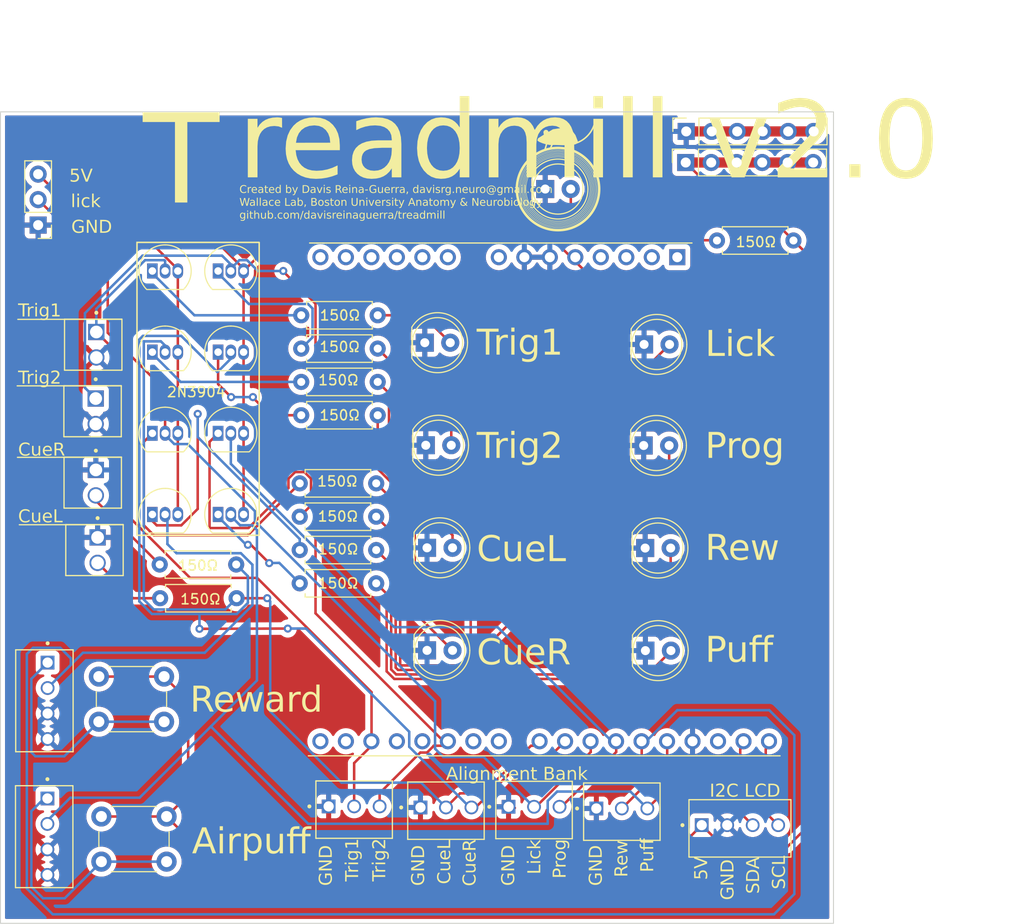
<source format=kicad_pcb>
(kicad_pcb (version 20221018) (generator pcbnew)
  (layers (0 "F.Cu" signal) (31 "B.Cu" signal) (34 "B.Paste" user) (35 "F.Paste" user) (36 "B.SilkS" user "B.Silkscreen") (37 "F.SilkS" user "F.Silkscreen") (38 "B.Mask" user) (39 "F.Mask" user) (44 "Edge.Cuts" user))
  (net 0 "")
  (net 5 "/5V")
  (net 6 "/GND")
  (net 16 "/trig1")
  (net 19 "/trig2")
  (net 22 "/cueL")
  (net 23 "/cueR")
  (net 24 "/lick")
  (net 25 "/prog")
  (net 26 "/reward")
  (net 27 "/airpuff")
  (net 29 "/SDA")
  (net 30 "/SCL")
  (net 31 "Net-(D1-A)")
  (net 32 "Net-(D2-A)")
  (net 33 "Net-(SAirpuff1-TRIG-Pad1)")
  (net 34 "Net-(SReward1-TRIG-Pad1)")
  (net 35 "Net-(D3-A)")
  (net 36 "Net-(D4-A)")
  (net 37 "Net-(D5-A)")
  (net 38 "Net-(D6-A)")
  (net 39 "Net-(D7-A)")
  (net 40 "Net-(D8-A)")
  (net 41 "Net-(D9-A)")
  (net 42 "Net-(D10-A)")
  (net 43 "Net-(Q1-E)")
  (net 44 "Net-(Q2-E)")
  (net 45 "Net-(Q3-E)")
  (net 46 "Net-(Q4-E)")
  (net 47 "Net-(Q5-E)")
  (net 48 "Net-(Q6-E)")
  (net 49 "Net-(Q7-E)")
  (net 50 "Net-(Q8-E)")
  (net 51 "Net-(D11-A)")
  (footprint "DIY_footprints:TE_640454-2" (layer "F.Cu") (at 144.6 83.71 -90)
    (fp_text reference "trig1" hide)
    (fp_text value "~" hide)
  )
  (footprint "Resistor_THT:R_Axial_DIN0207_L6.3mm_D2.5mm_P7.62mm_Horizontal" (layer "F.Cu") (at 150.915 106.88889)
    (fp_text reference "R2" hide)
    (fp_text value "150Ω")
  )
  (footprint "Resistor_THT:R_Axial_DIN0207_L6.3mm_D2.5mm_P7.62mm_Horizontal" (layer "F.Cu") (at 150.955 110.25)
    (fp_text reference "R1" hide)
    (fp_text value "150Ω")
  )
  (footprint "Resistor_THT:R_Axial_DIN0207_L6.3mm_D2.5mm_P7.62mm_Horizontal" (layer "F.Cu") (at 172.635 92.008334 180)
    (fp_text reference "R6" hide)
    (fp_text value "150Ω")
  )
  (footprint "Resistor_THT:R_Axial_DIN0207_L6.3mm_D2.5mm_P7.62mm_Horizontal" (layer "F.Cu") (at 172.485 102.122222 180)
    (fp_text reference "R8" hide)
    (fp_text value "150Ω")
  )
  (footprint "DIY_footprints:TE_640456-4" (layer "F.Cu") (at 139.745 116.664847 90)
    (fp_text reference "SReward1" hide)
    (fp_text value "~" hide)
  )
  (footprint "LED_THT:LED_D5.0mm" (layer "F.Cu") (at 199.135 95.025)
    (fp_text reference "D8" hide)
    (fp_text value "LED: white" hide)
  )
  (footprint "Package_TO_SOT_THT:TO-92_Inline" (layer "F.Cu") (at 156.73 101.9)
    (fp_text reference "Q8" hide)
    (fp_text value "2N3904" hide)
  )
  (footprint "LED_THT:LED_D5.0mm" (layer "F.Cu") (at 199.175 84.95)
    (fp_text reference "D7" hide)
    (fp_text value "LED: white" hide)
  )
  (footprint "Package_TO_SOT_THT:TO-92_Inline" (layer "F.Cu") (at 150.18 77.625)
    (fp_text reference "Q1" hide)
    (fp_text value "2N3904" hide)
  )
  (footprint "DIY_footprints:TE_640454-2" (layer "F.Cu") (at 144.725 104.185 -90)
    (fp_text reference "D1" hide)
    (fp_text value "LED: blue" hide)
  )
  (footprint "Package_TO_SOT_THT:TO-92_Inline" (layer "F.Cu") (at 150.18 101.9)
    (fp_text reference "Q7" hide)
    (fp_text value "2N3904" hide)
  )
  (footprint "LED_THT:LED_D5.0mm" (layer "F.Cu") (at 177.55 105.225)
    (fp_text reference "D5" hide)
    (fp_text value "LED: white" hide)
  )
  (footprint "Package_TO_SOT_THT:TO-92_Inline" (layer "F.Cu") (at 156.73 93.808332)
    (fp_text reference "Q6" hide)
    (fp_text value "2N3904" hide)
  )
  (footprint "Resistor_THT:R_Axial_DIN0207_L6.3mm_D2.5mm_P7.62mm_Horizontal" (layer "F.Cu") (at 172.635 85.36389 180)
    (fp_text reference "R4" hide)
    (fp_text value "150Ω")
  )
  (footprint "DIY_footprints:TE_640456-3" (layer "F.Cu") (at 167.7475 131.005 180)
    (fp_text reference "A2" hide)
    (fp_text value "Alignment" hide)
  )
  (footprint "Resistor_THT:R_Axial_DIN0207_L6.3mm_D2.5mm_P7.62mm_Horizontal" (layer "F.Cu") (at 172.485 108.766666 180)
    (fp_text reference "R10" hide)
    (fp_text value "150Ω")
  )
  (footprint "Package_TO_SOT_THT:TO-92_Inline" (layer "F.Cu") (at 156.73 85.716666)
    (fp_text reference "Q4" hide)
    (fp_text value "2N3904" hide)
  )
  (footprint "LED_THT:LED_D5.0mm" (layer "F.Cu") (at 189.325 69.456982)
    (fp_text reference "D11" hide)
    (fp_text value "LED: blue")
  )
  (footprint "Resistor_THT:R_Axial_DIN0207_L6.3mm_D2.5mm_P7.62mm_Horizontal" (layer "F.Cu") (at 172.635 82.041668 180)
    (fp_text reference "R3" hide)
    (fp_text value "150Ω")
  )
  (footprint "LED_THT:LED_D5.0mm" (layer "F.Cu") (at 177.55 115.45)
    (fp_text reference "D6" hide)
    (fp_text value "LED: white" hide)
  )
  (footprint "DIY_footprints:TE_640456-4" (layer "F.Cu") (at 139.725 130.212347 90)
    (fp_text reference "SAirpuff1" hide)
    (fp_text value "~" hide)
  )
  (footprint "Resistor_THT:R_Axial_DIN0207_L6.3mm_D2.5mm_P7.62mm_Horizontal" (layer "F.Cu") (at 172.635 88.686112 180)
    (fp_text reference "R5" hide)
    (fp_text value "150Ω")
  )
  (footprint "Resistor_THT:R_Axial_DIN0207_L6.3mm_D2.5mm_P7.62mm_Horizontal" (layer "F.Cu") (at 206.44 74.587347)
    (fp_text reference "R11" hide)
    (fp_text value "150Ω")
  )
  (footprint "DIY_footprints:TE_640456-3" (layer "F.Cu") (at 194.42 131.21 180)
    (fp_text reference "A5" hide)
    (fp_text value "Alignment" hide)
  )
  (footprint "DIY_footprints:TE_640456-3" (layer "F.Cu") (at 185.6725 131.042347 180)
    (fp_text reference "A4" hide)
    (fp_text value "Alignment" hide)
  )
  (footprint "LED_THT:LED_D5.0mm" (layer "F.Cu") (at 199.31 115.475)
    (fp_text reference "D10" hide)
    (fp_text value "LED: white" hide)
  )
  (footprint "LED_THT:LED_D5.0mm" (layer "F.Cu") (at 199.285 105.25)
    (fp_text reference "D9" hide)
    (fp_text value "LED: white" hide)
  )
  (footprint "Connector_PinSocket_2.54mm:PinSocket_1x06_P2.54mm_Vertical" (layer "F.Cu") (at 203.375 63.712347 90)
    (fp_text reference "REF**" hide)
    (fp_text value "PinSocket_1x06_P2.54mm_Vertical")
  )
  (footprint "DIY_footprints:TE_640456-4" (layer "F.Cu") (at 204.92 132.875 180)
    (fp_text reference "I2C_LCD1" hide)
    (fp_text value "Main" hide)
  )
  (footprint "LED_THT:LED_D5.0mm" (layer "F.Cu") (at 177.425 95)
    (fp_text reference "D4" hide)
    (fp_text value "LED: white" hide)
  )
  (footprint "Package_TO_SOT_THT:TO-92_Inline" (layer "F.Cu") (at 150.18 85.716666)
    (fp_text reference "Q3" hide)
    (fp_text value "2N3904")
  )
  (footprint "Connector_PinSocket_2.54mm:PinSocket_1x06_P2.54mm_Vertical" (layer "F.Cu") (at 203.325 66.812347 90)
    (fp_text reference "REF**" hide)
    (fp_text value "PinSocket_1x06_P2.54mm_Vertical")
  )
  (footprint "DIY_footprints:TE_640456-3" (layer "F.Cu") (at 176.895 131.11 180)
    (fp_text reference "A3" hide)
    (fp_text value "Alignment" hide)
  )
  (footprint "DIY_footprints:TE_640454-2" (layer "F.Cu") (at 144.535 90.3425 -90)
    (fp_text reference "trig2" hide)
    (fp_text value "~" hide)
  )
  (footprint "Module:Arduino_UNO_R3" (layer "F.Cu") (at 195.881 76.252347)
    (fp_text reference "A1" hide)
    (fp_text value "Arduino_UNO_R3" hide)
  )
  (footprint "DIY_footprints:TE_640454-2" (layer "F.Cu") (at 144.55 97.46 -90)
    (fp_text reference "D2" hide)
    (fp_text value "LED: blue" hide)
  )
  (footprint "Resistor_THT:R_Axial_DIN0207_L6.3mm_D2.5mm_P7.62mm_Horizontal" (layer "F.Cu") (at 172.485 98.8 180)
    (fp_text reference "R7" hide)
    (fp_text value "150Ω")
  )
  (footprint "Button_Switch_THT:SW_PUSH_6mm" (layer "F.Cu") (at 145.1 132.012347)
    (fp_text reference "SWAirpuff1" hide)
    (fp_text value "SW_Push" hide)
  )
  (footprint "Connector_PinHeader_2.54mm:PinHeader_1x03_P2.54mm_Vertical" (layer "F.Cu") (at 138.8 73.052347 180)
    (fp_text reference "TLick1" hide)
    (fp_text value "~" hide)
  )
  (footprint "Button_Switch_THT:SW_PUSH_6mm" (layer "F.Cu") (at 144.85 118.062347)
    (fp_text reference "SWReward1" hide)
    (fp_text value "SW_Push" hide)
  )
  (footprint "Package_TO_SOT_THT:TO-92_Inline" (layer "F.Cu") (at 150.18 93.808332)
    (fp_text reference "Q5" hide)
    (fp_text value "2N3904" hide)
  )
  (footprint "LED_THT:LED_D5.0mm" (layer "F.Cu") (at 177.325 84.775)
    (fp_text reference "D3" hide)
    (fp_text value "LED: white" hide)
  )
  (footprint "Package_TO_SOT_THT:TO-92_Inline" (layer "F.Cu") (at 156.73 77.625)
    (fp_text reference "Q2" hide)
    (fp_text value "2N3904" hide)
  )
  (footprint "Resistor_THT:R_Axial_DIN0207_L6.3mm_D2.5mm_P7.62mm_Horizontal" (layer "F.Cu") (at 172.485 105.444444 180)
    (fp_text reference "R9" hide)
    (fp_text value "150Ω")
  )
  (gr_line (start 147.1125 96.195) (end 136.7375 96.205) (stroke (width 0.127)) (layer "F.SilkS"))
  (gr_rect (start 148.65 74.775) (end 160.825 103.975) (stroke (width 0.15)) (fill none) (layer "F.SilkS"))
  (gr_circle (center 190.6 69.456677) (end 193.05 67.406982) (stroke (width 0.0508)) (fill none) (layer "F.SilkS"))
  (gr_poly (pts (xy 192.350304 64.906677) (xy 192.500304 64.706677) (xy 192.275 64.119329) (xy 192 63.744329) (xy 191.625 63.519329) (xy 191.125 63.419329) (xy 190.125 63.569329) (xy 189.404329 63.989473) (xy 188.675 64.444329) (xy 188.625 64.594329) (xy 188.775 64.694329) (xy 189.075 64.819329) (xy 189.4 64.919329) (xy 189.825 64.994329) (xy 190.375 64.994329) (xy 191.125 65.019329) (xy 192.000304 65.006677)) (stroke (width 0.15)) (fill solid) (layer "F.SilkS"))
  (gr_line (start 165.85 74.837347) (end 203.95 74.837347) (stroke (width 0.127)) (layer "F.SilkS"))
  (gr_circle (center 190.6 69.456677) (end 193.425 67.231982) (stroke (width 0.0508)) (fill none) (layer "F.SilkS"))
  (gr_line (start 191.725304 65.431677) (end 191.800304 65.019177) (stroke (width 0.15)) (layer "F.SilkS"))
  (gr_line (start 189.475304 64.931677) (end 189.302468 65.519329) (stroke (width 0.15)) (layer "F.SilkS"))
  (gr_arc (start 194.17872 63.124868) (mid 193.350304 64.331677) (end 192.036408 64.97692) (stroke (width 0.15)) (layer "F.SilkS"))
  (gr_line (start 190.025304 64.994329) (end 189.825304 65.444329) (stroke (width 0.15)) (layer "F.SilkS"))
  (gr_line (start 147.0875 89.07) (end 136.7125 89.08) (stroke (width 0.127)) (layer "F.SilkS"))
  (gr_circle (center 190.6 69.456677) (end 194.339502 69.456677) (stroke (width 0.0508)) (fill none) (layer "F.SilkS"))
  (gr_circle (center 190.6 69.456677) (end 193.075 66.481982) (stroke (width 0.0508)) (fill none) (layer "F.SilkS"))
  (gr_line (start 147.15 82.44) (end 136.775 82.45) (stroke (width 0.127)) (layer "F.SilkS"))
  (gr_line (start 147.2625 102.92) (end 136.925 102.925) (stroke (width 0.127)) (layer "F.SilkS"))
  (gr_line (start 189.400304 63.806677) (end 189.450304 64.031677) (stroke (width 0.508)) (layer "F.SilkS"))
  (gr_circle (center 190.6 69.456677) (end 194.700305 69.456677) (stroke (width 0.254)) (fill none) (layer "F.SilkS"))
  (gr_circle (center 190.6 69.456677) (end 192.975 67.131982) (stroke (width 0.0508)) (fill none) (layer "F.SilkS"))
  (gr_circle (center 190.6 69.456677) (end 194.05978 69.456677) (stroke (width 0.0508)) (fill none) (layer "F.SilkS"))
  (gr_line (start 192.012804 64.831677) (end 192.137804 65.481677) (stroke (width 0.15)) (layer "F.SilkS"))
  (gr_line (start 165.725 125.962347) (end 212.725 125.962347) (stroke (width 0.127)) (layer "F.SilkS"))
  (gr_rect (start 135.05 61.762347) (end 218.05 142.662347) (stroke (width 0.1)) (fill none) (layer "Edge.Cuts"))
  (gr_text "readmill v2.0" (at 158.725 69.587347) (layer "F.SilkS") (effects (font (size 7.62 7.62)) (justify left bottom)))
  (gr_text "5V" (at 205.675 138.35 90) (layer "F.SilkS") (effects (font (size 1.27 1.27)) (justify left bottom)))
  (gr_text "CueR" (at 182.5 117.275) (layer "F.SilkS") (effects (font (size 2.54 2.54)) (justify left bottom)))
  (gr_text "Prog" (at 205.26 96.691666) (layer "F.SilkS") (effects (font (size 2.54 2.54)) (justify left bottom)))
  (gr_text "Trig1" (at 136.8 82.375) (layer "F.SilkS") (effects (font (size 1.27 1.27)) (justify left bottom)))
  (gr_text "Trig2" (at 182.5 96.691666) (layer "F.SilkS") (effects (font (size 2.54 2.54)) (justify left bottom)))
  (gr_text "Created by Davis Reina-Guerra, davisrg.neuro@gmail.com\nWallace Lab, Boston University Anatomy & Neurobiology\ngithub.com/davisreinaguerra/treadmill" (at 158.85 72.537347) (layer "F.SilkS") (effects (font (size 0.762 0.762) (thickness 0.127) italic) (justify left bottom)))
  (gr_text "Trig2" (at 136.8 89.0725) (layer "F.SilkS") (effects (font (size 1.27 1.27)) (justify left bottom)))
  (gr_text "I2C LCD" (at 205.7 130.25) (layer "F.SilkS") (effects (font (size 1.27 1.27)) (justify left bottom)))
  (gr_text "Trig1" (at 182.5 86.4) (layer "F.SilkS") (effects (font (size 2.54 2.54)) (justify left bottom)))
  (gr_text "GND" (at 208.3 140.35 90) (layer "F.SilkS") (effects (font (size 1.27 1.27)) (justify left bottom)))
  (gr_text "Puff" (at 200.3 137.578382 90) (layer "F.SilkS") (effects (font (size 1.27 1.27)) (justify left bottom)))
  (gr_text "CueR" (at 136.8 96.25) (layer "F.SilkS") (effects (font (size 1.27 1.27)) (justify left bottom)))
  (gr_text "Lick" (at 189.05 137.785588 90) (layer "F.SilkS") (effects (font (size 1.27 1.27)) (justify left bottom)))
  (gr_text "T" (at 149.25 72.312347) (layer "F.SilkS") (effects (font (size 8.89 8.89)) (justify left bottom)))
  (gr_text "GND" (at 168.275 138.930803 90) (layer "F.SilkS") (effects (font (size 1.27 1.27)) (justify left bottom)))
  (gr_text "SDA" (at 210.85 139.725 90) (layer "F.SilkS") (effects (font (size 1.27 1.27)) (justify left bottom)))
  (gr_text "Airpuff" (at 154.125 136.112347) (layer "F.SilkS") (effects (font (size 2.54 2.54)) (justify left bottom)))
  (gr_text "GND" (at 177.475 138.930803 90) (layer "F.SilkS") (effects (font (size 1.27 1.27)) (justify left bottom)))
  (gr_text "CueL\n" (at 136.8 102.9) (layer "F.SilkS") (effects (font (size 1.27 1.27)) (justify left bottom)))
  (gr_text "Trig1" (at 170.9 138.487854 90) (layer "F.SilkS") (effects (font (size 1.27 1.27)) (justify left bottom)))
  (gr_text "5V" (at 141.9 68.937347) (layer "F.SilkS") (effects (font (size 1.27 1.27)) (justify left bottom)))
  (gr_text "GND" (at 195.175 138.930803 90) (layer "F.SilkS") (effects (font (size 1.27 1.27)) (justify left bottom)))
  (gr_text "Prog" (at 191.575 138.2 90) (layer "F.SilkS") (effects (font (size 1.27 1.27)) (justify left bottom)))
  (gr_text "Trig2" (at 173.6 138.487854 90) (layer "F.SilkS") (effects (font (size 1.27 1.27)) (justify left bottom)))
  (gr_text "CueL" (at 182.5 106.983332) (layer "F.SilkS") (effects (font (size 2.54 2.54)) (justify left bottom)))
  (gr_text "Lick" (at 205.26 86.525) (layer "F.SilkS") (effects (font (size 2.54 2.54)) (justify left bottom)))
  (gr_text "150Ω" (at 210.325 74.737347) (layer "F.SilkS") (effects (font (size 1 1))))
  (gr_text "Puff" (at 205.26 117.025) (layer "F.SilkS") (effects (font (size 2.54 2.54)) (justify left bottom)))
  (gr_text "Rew" (at 205.26 106.858332) (layer "F.SilkS") (effects (font (size 2.54 2.54)) (justify left bottom)))
  (gr_text "GND" (at 142.1 74.037347) (layer "F.SilkS") (effects (font (size 1.27 1.27)) (justify left bottom)))
  (gr_text "CueR" (at 182.6 138.966785 90) (layer "F.SilkS") (effects (font (size 1.27 1.27)) (justify left bottom)))
  (gr_text "GND" (at 186.45 138.930803 90) (layer "F.SilkS") (effects (font (size 1.27 1.27)) (justify left bottom)))
  (gr_text "Reward" (at 153.925 121.987347) (layer "F.SilkS") (effects (font (size 2.54 2.54)) (justify left bottom)))
  (gr_text "Alignment Bank" (at 179.435 128.57) (layer "F.SilkS") (effects (font (size 1.27 1.27)) (justify left bottom)))
  (gr_text "lick" (at 142.05 71.475) (layer "F.SilkS") (effects (font (size 1.27 1.27)) (justify left bottom)))
  (gr_text "CueL\n" (at 180.075 138.764542 90) (layer "F.SilkS") (effects (font (size 1.27 1.27)) (justify left bottom)))
  (gr_text "SCL" (at 213.425 139.275 90) (layer "F.SilkS") (effects (font (size 1.27 1.27)) (justify left bottom)))
  (gr_text "Rew" (at 197.725 138.072202 90) (layer "F.SilkS") (effects (font (size 1.27 1.27)) (justify left bottom)))
  (segment (start 152.72 77.625) (end 152.72 85.716666) (width 0.25) (layer "F.Cu") (net 5))
  (segment (start 202 78.675) (end 205.4 82.075) (width 0.25) (layer "F.Cu") (net 5))
  (segment (start 214.06 74.587347) (end 216.1 76.627347) (width 0.25) (layer "F.Cu") (net 5))
  (segment (start 151.6 132.012347) (end 153.75 129.862347) (width 0.25) (layer "F.Cu") (net 5))
  (segment (start 204.92 132.742347) (end 204.92 132.875) (width 0.25) (layer "F.Cu") (net 5))
  (segment (start 156.895 75.025) (end 159.27 77.4) (width 0.25) (layer "F.Cu") (net 5))
  (segment (start 216.1 132.387347) (end 216.1 92.775) (width 0.25) (layer "F.Cu") (net 5))
  (segment (start 203.325 66.812347) (end 216.025 66.812347) (width 1.016) (layer "F.Cu") (net 5))
  (segment (start 153.75 129.862347) (end 153.75 120.462347) (width 0.25) (layer "F.Cu") (net 5))
  (segment (start 204.92 132.875) (end 203.232653 134.562347) (width 0.25) (layer "F.Cu") (net 5))
  (segment (start 212.11 72.637347) (end 209.15 72.637347) (width 0.25) (layer "F.Cu") (net 5))
  (segment (start 150.277082 75.025) (end 152.72 77.467918) (width 0.25) (layer "F.Cu") (net 5))
  (segment (start 150.277082 75.025) (end 156.895 75.025) (width 0.25) (layer "F.Cu") (net 5))
  (segment (start 154.15 134.562347) (end 151.6 132.012347) (width 0.25) (layer "F.Cu") (net 5))
  (segment (start 194.32 78.675) (end 202 78.675) (width 0.25) (layer "F.Cu") (net 5))
  (segment (start 150.277082 75.025) (end 145.852653 75.025) (width 0.25) (layer "F.Cu") (net 5))
  (segment (start 214.06 74.587347) (end 212.11 72.637347) (width 0.25) (layer "F.Cu") (net 5))
  (segment (start 159.27 85.716666) (end 159.27 101.9) (width 0.25) (layer "F.Cu") (net 5))
  (segment (start 151.35 118.062347) (end 144.85 118.062347) (width 0.25) (layer "F.Cu") (net 5))
  (segment (start 207.107347 135.062347) (end 213.425 135.062347) (width 0.25) (layer "F.Cu") (net 5))
  (segment (start 159.27 77.625) (end 159.27 85.716666) (width 0.25) (layer "F.Cu") (net 5))
  (segment (start 159.27 77.625) (end 162.182653 74.712347) (width 0.25) (layer "F.Cu") (net 5))
  (segment (start 159.27 77.4) (end 159.27 77.625) (width 0.25) (layer "F.Cu") (net 5))
  (segment (start 145.852653 75.025) (end 138.8 67.972347) (width 0.25) (layer "F.Cu") (net 5))
  (segment (start 152.72 77.467918) (end 152.72 77.625) (width 0.25) (layer "F.Cu") (net 5))
  (segment (start 216.1 92.775) (end 205.4 82.075) (width 0.25) (layer "F.Cu") (net 5))
  (segment (start 151.6 132.012347) (end 145.1 132.012347) (width 0.25) (layer "F.Cu") (net 5))
  (segment (start 190.357347 74.712347) (end 194.32 78.675) (width 0.25) (layer "F.Cu") (net 5))
  (segment (start 204.92 132.875) (end 207.107347 135.062347) (width 0.25) (layer "F.Cu") (net 5))
  (segment (start 216.1 76.627347) (end 216.1 92.775) (width 0.25) (layer "F.Cu") (net 5))
  (segment (start 162.182653 74.712347) (end 190.357347 74.712347) (width 0.25) (layer "F.Cu") (net 5))
  (segment (start 209.15 72.637347) (end 203.325 66.812347) (width 0.25) (layer "F.Cu") (net 5))
  (segment (start 153.75 120.462347) (end 151.35 118.062347) (width 0.25) (layer "F.Cu") (net 5))
  (segment (start 152.72 85.716666) (end 152.72 101.9) (width 0.25) (layer "F.Cu") (net 5))
  (segment (start 203.232653 134.562347) (end 154.15 134.562347) (width 0.25) (layer "F.Cu") (net 5))
  (segment (start 213.425 135.062347) (end 216.1 132.387347) (width 0.25) (layer "F.Cu") (net 5))
  (segment (start 185.745 131.16) (end 186.302347 131.16) (width 0.25) (layer "F.Cu") (net 6))
  (segment (start 203.375 63.712347) (end 216.075 63.712347) (width 1.016) (layer "F.Cu") (net 6))
  (segment (start 153.943604 108.225) (end 146.525 100.806396) (width 0.25) (layer "F.Cu") (net 16))
  (segment (start 146.525 100.806396) (end 146.525 85.635) (width 0.25) (layer "F.Cu") (net 16))
  (segment (start 172.02 119.619695) (end 160.625305 108.225) (width 0.25) (layer "F.Cu") (net 16))
  (segment (start 172.02 124.955) (end 172.02 119.619695) (width 0.25) (layer "F.Cu") (net 16))
  (segment (start 160.625305 108.225) (end 153.943604 108.225) (width 0.25) (layer "F.Cu") (net 16))
  (segment (start 146.525 85.635) (end 144.6 83.71) (width 0.25) (layer "F.Cu") (net 16))
  (segment (start 170.2875 131.005) (end 170.2875 126.6875) (width 0.25) (layer "F.Cu") (net 16))
  (segment (start 170.2875 126.6875) (end 172.02 124.955) (width 0.25) (layer "F.Cu") (net 16))
  (segment (start 151.375 76.55) (end 149.45 76.55) (width 0.25) (layer "B.Cu") (net 16))
  (segment (start 151.45 77.625) (end 151.45 76.625) (width 0.25) (layer "B.Cu") (net 16))
  (segment (start 151.45 76.625) (end 151.375 76.55) (width 0.25) (layer "B.Cu") (net 16))
  (segment (start 149.45 76.55) (end 144.6 81.4) (width 0.25) (layer "B.Cu") (net 16))
  (segment (start 172.02 124.955) (end 171.975 124.91) (width 0.25) (layer "B.Cu") (net 16))
  (segment (start 144.6 81.4) (end 144.6 83.71) (width 0.25) (layer "B.Cu") (net 16))
  (segment (start 171.975 124.91) (end 171.975 124.875) (width 0.25) (layer "B.Cu") (net 16))
  (segment (start 178.21 124.955) (end 179.64 124.955) (width 0.25) (layer "F.Cu") (net 19))
  (segment (start 172.8275 131.005) (end 172.8275 129.684847) (width 0.25) (layer "F.Cu") (net 19))
  (segment (start 166.44 111.755) (end 166.44 80.89) (width 0.25) (layer "F.Cu") (net 19))
  (segment (start 163.175 77.625) (end 163.175 77.625) (width 0.25) (layer "F.Cu") (net 19))
  (segment (start 178.21 124.978338) (end 178.21 124.955) (width 0.25) (layer "F.Cu") (net 19))
  (segment (start 166.44 80.89) (end 163.225 77.675) (width 0.25) (layer "F.Cu") (net 19))
  (segment (start 176.875 125.637347) (end 177.550991 125.637347) (width 0.25) (layer "F.Cu") (net 19))
  (segment (start 172.8275 129.684847) (end 176.875 125.637347) (width 0.25) (layer "F.Cu") (net 19))
  (segment (start 179.64 124.955) (end 166.44 111.755) (width 0.25) (layer "F.Cu") (net 19))
  (segment (start 163.225 77.675) (end 163.225 77.625) (width 0.25) (layer "F.Cu") (net 19))
  (segment (start 163.225 77.625) (end 163.175 77.625) (width 0.25) (layer "F.Cu") (net 19))
  (segment (start 177.550991 125.637347) (end 178.21 124.978338) (width 0.25) (layer "F.Cu") (net 19))
  (via (at 163.225 77.625) (size 0.8) (drill 0.4) (layers "F.Cu" "B.Cu") (net 19))
  (segment (start 158.85 76.55) (end 158 77.4) (width 0.25) (layer "B.Cu") (net 19))
  (segment (start 163.225 77.625) (end 160.697082 77.625) (width 0.25) (layer "B.Cu") (net 19))
  (segment (start 143.465 81.835) (end 143.465 89.2725) (width 0.25) (layer "B.Cu") (net 19))
  (segment (start 159.622082 76.55) (end 158.85 76.55) (width 0.25) (layer "B.Cu") (net 19))
  (segment (start 158 76.97) (end 157.13 76.1) (width 0.25) (layer "B.Cu") (net 19))
  (segment (start 143.465 89.2725) (end 144.535 90.3425) (width 0.25) (layer "B.Cu") (net 19))
  (segment (start 158 77.625) (end 158 76.97) (width 0.25) (layer "B.Cu") (net 19))
  (segment (start 157.13 76.1) (end 149.2 76.1) (width 0.25) (layer "B.Cu") (net 19))
  (segment (start 149.2 76.1) (end 143.465 81.835) (width 0.25) (layer "B.Cu") (net 19))
  (segment (start 160.697082 77.625) (end 159.622082 76.55) (width 0.25) (layer "B.Cu") (net 19))
  (segment (start 158 77.4) (end 158 77.625) (width 0.25) (layer "B.Cu") (net 19))
  (segment (start 187.907347 124.955) (end 188.78 124.955) (width 0.25) (layer "F.Cu") (net 22))
  (segment (start 183.162347 129.7) (end 187.907347 124.955) (width 0.25) (layer "F.Cu") (net 22))
  (segment (start 158.575 110.25) (end 161.625 110.25) (width 0.25) (layer "F.Cu") (net 22))
  (segment (start 180.845 129.7) (end 183.162347 129.7) (width 0.25) (layer "F.Cu") (net 22))
  (segment (start 179.435 131.11) (end 180.845 129.7) (width 0.25) (layer "F.Cu") (net 22))
  (via (at 161.625 110.25) (size 0.8) (drill 0.4) (layers "F.Cu" "B.Cu") (net 22))
  (segment (start 179.435 131.11) (end 176.962347 128.637347) (width 0.25) (layer "B.Cu") (net 22))
  (segment (start 161.925 110.575) (end 161.625 110.275) (width 0.25) (layer "B.Cu") (net 22))
  (segment (start 149.33 110.38) (end 150.325 111.375) (width 0.25) (layer "B.Cu") (net 22))
  (segment (start 151.45 85.061666) (end 151.03 84.641666) (width 0.25) (layer "B.Cu") (net 22))
  (segment (start 161.6 110.25) (end 161.6 110.25) (width 0.25) (layer "B.Cu") (net 22))
  (segment (start 151.45 85.716666) (end 151.45 85.061666) (width 0.25) (layer "B.Cu") (net 22))
  (segment (start 149.33 84.641666) (end 149.33 110.38) (width 0.25) (layer "B.Cu") (net 22))
  (segment (start 161.625 110.25) (end 161.6 110.25) (width 0.25) (layer "B.Cu") (net 22))
  (segment (start 169.031356 128.637347) (end 161.925 121.530991) (width 0.25) (layer "B.Cu") (net 22))
  (segment (start 150.325 111.375) (end 157.45 111.375) (width 0.25) (layer "B.Cu") (net 22))
  (segment (start 161.925 121.530991) (end 161.925 110.575) (width 0.25) (layer "B.Cu") (net 22))
  (segment (start 176.962347 128.637347) (end 169.031356 128.637347) (width 0.25) (layer "B.Cu") (net 22))
  (segment (start 151.03 84.641666) (end 149.33 84.641666) (width 0.25) (layer "B.Cu") (net 22))
  (segment (start 161.625 110.275) (end 161.625 110.25) (width 0.25) (layer "B.Cu") (net 22))
  (segment (start 157.45 111.375) (end 158.575 110.25) (width 0.25) (layer "B.Cu") (net 22))
  (segment (start 163.675 113.275) (end 154.875 113.3) (width 0.25) (layer "F.Cu") (net 23))
  (segment (start 181.975 131.11) (end 182.388743 131.11) (width 0.25) (layer "F.Cu") (net 23))
  (segment (start 189.63 126.187347) (end 191.305 124.512347) (width 0.25) (layer "F.Cu") (net 23))
  (segment (start 182.388743 131.11) (end 187.311396 126.187347) (width 0.25) (layer "F.Cu") (net 23))
  (segment (start 187.311396 126.187347) (end 189.63 126.187347) (width 0.25) (layer "F.Cu") (net 23))
  (via (at 163.675 113.275) (size 0.8) (drill 0.4) (layers "F.Cu" "B.Cu") (net 23))
  (via (at 154.875 113.3) (size 0.8) (drill 0.4) (layers "F.Cu" "B.Cu") (net 23))
  (segment (start 163.675 113.275) (end 163.775 113.275) (width 0.25) (layer "B.Cu") (net 23))
  (segment (start 150.138604 111.825) (end 154.875 111.825) (width 0.25) (layer "B.Cu") (net 23))
  (segment (start 165.487653 113.275) (end 163.675 113.275) (width 0.25) (layer "B.Cu") (net 23))
  (segment (start 158 85.716666) (end 158.008334 85.716666) (width 0.25) (layer "B.Cu") (net 23))
  (segment (start 181.975 131.11) (end 181.822653 131.11) (width 0.25) (layer "B.Cu") (net 23))
  (segment (start 148.88 110.566396) (end 150.138604 111.825) (width 0.25) (layer "B.Cu") (net 23))
  (segment (start 159.7 108.05389) (end 158.535 106.88889) (width 0.25) (layer "B.Cu") (net 23))
  (segment (start 158 85.716666) (end 158 86.371666) (width 0.25) (layer "B.Cu") (net 23))
  (segment (start 158.590991 111.825) (end 159.7 110.715991) (width 0.25) (layer "B.Cu") (net 23))
  (segment (start 181.822653 131.11) (end 175.775 125.062347) (width 0.25) (layer "B.Cu") (net 23))
  (segment (start 159.7 110.715991) (end 159.7 108.05389) (width 0.25) (layer "B.Cu") (net 23))
  (segment (start 153.06139 84.1) (end 149.23527 84.1) (width 0.25) (layer "B.Cu") (net 23))
  (segment (start 158 86.371666) (end 156.666528 87.705138) (width 0.25) (layer "B.Cu") (net 23))
  (segment (start 175.775 125.062347) (end 175.775 123.562347) (width 0.25) (layer "B.Cu") (net 23))
  (segment (start 148.88 84.45527) (end 148.88 110.566396) (width 0.25) (layer "B.Cu") (net 23))
  (segment (start 154.875 113.3) (end 154.875 111.825) (width 0.25) (layer "B.Cu") (net 23))
  (segment (start 175.775 123.562347) (end 165.487653 113.275) (width 0.25) (layer "B.Cu") (net 23))
  (segment (start 154.875 111.825) (end 158.590991 111.825) (width 0.25) (layer "B.Cu") (net 23))
  (segment (start 149.23527 84.1) (end 148.88 84.45527) (width 0.25) (layer "B.Cu") (net 23))
  (segment (start 158.008334 85.716666) (end 158.1 85.625) (width 0.25) (layer "B.Cu") (net 23))
  (segment (start 156.666528 87.705138) (end 153.06139 84.1) (width 0.25) (layer "B.Cu") (net 23))
  (segment (start 141.775 73.487347) (end 138.8 70.512347) (width 0.25) (layer "F.Cu") (net 24))
  (segment (start 188.285 131.16) (end 193.86 125.585) (width 0.25) (layer "F.Cu") (net 24))
  (segment (start 145.735 77.462347) (end 141.775 73.502347) (width 0.25) (layer "F.Cu") (net 24))
  (segment (start 151.45 89.5) (end 145.735 83.785) (width 0.25) (layer "F.Cu") (net 24))
  (segment (start 145.735 83.785) (end 145.735 77.462347) (width 0.25) (layer "F.Cu") (net 24))
  (segment (start 141.775 73.502347) (end 141.775 73.487347) (width 0.25) (layer "F.Cu") (net 24))
  (segment (start 151.45 93.808332) (end 151.45 89.5) (width 0.25) (layer "F.Cu") (net 24))
  (segment (start 193.86 125.585) (end 193.86 124.955) (width 0.25) (layer "F.Cu") (net 24))
  (segment (start 151.45 93.808332) (end 151.491668 93.808332) (width 0.25) (layer "B.Cu") (net 24))
  (segment (start 151.491668 93.808332) (end 151.5 93.8) (width 0.25) (layer "B.Cu") (net 24))
  (segment (start 160.4 102.570435) (end 160.4 101.575) (width 0.25) (layer "B.Cu") (net 24))
  (segment (start 153.708332 94.883332) (end 152.367918 94.883332) (width 0.25) (layer "B.Cu") (net 24))
  (segment (start 179.174009 126.08) (end 178.35 125.255991) (width 0.25) (layer "B.Cu") (net 24))
  (segment (start 178.35 125.255991) (end 178.35 120.520435) (width 0.25) (layer "B.Cu") (net 24))
  (segment (start 188.285 131.16) (end 183.205 126.08) (width 0.25) (layer "B.Cu") (net 24))
  (segment (start 152.367918 94.883332) (end 151.45 93.965414) (width 0.25) (layer "B.Cu") (net 24))
  (segment (start 178.35 120.520435) (end 160.4 102.570435) (width 0.25) (layer "B.Cu") (net 24))
  (segment (start 151.45 93.965414) (end 151.45 93.808332) (width 0.25) (layer "B.Cu") (net 24))
  (segment (start 160.4 101.575) (end 153.708332 94.883332) (width 0.25) (layer "B.Cu") (net 24))
  (segment (start 183.205 126.08) (end 179.174009 126.08) (width 0.25) (layer "B.Cu") (net 24))
  (segment (start 190.825 131.16) (end 196.4 125.585) (width 0.25) (layer "F.Cu") (net 25))
  (segment (start 196.4 125.585) (end 196.4 124.955) (width 0.25) (layer "F.Cu") (net 25))
  (segment (start 158 93.808332) (end 158 96.848213) (width 0.25) (layer "B.Cu") (net 25))
  (segment (start 184.582347 113.137347) (end 196.4 124.955) (width 0.25) (layer "B.Cu") (net 25))
  (segment (start 174.289134 113.137347) (end 184.582347 113.137347) (width 0.25) (layer "B.Cu") (net 25))
  (segment (start 158 96.848213) (end 174.289134 113.137347) (width 0.25) (layer "B.Cu") (net 25))
  (segment (start 198.94 129.23) (end 198.94 124.955) (width 0.25) (layer "F.Cu") (net 26))
  (segment (start 196.96 131.21) (end 198.94 129.23) (width 0.25) (layer "F.Cu") (net 26))
  (segment (start 151.425 101.9) (end 151.4 101.875) (width 0.25) (layer "F.Cu") (net 26))
  (segment (start 151.45 101.9) (end 151.425 101.9) (width 0.25) (layer "F.Cu") (net 26))
  (segment (start 214.15 123.912347) (end 214.15 139.737347) (width 0.25) (layer "B.Cu") (net 26))
  (segment (start 211.65 121.412347) (end 214.15 123.912347) (width 0.25) (layer "B.Cu") (net 26))
  (segment (start 214.15 139.737347) (end 212.125 141.762347) (width 0.25) (layer "B.Cu") (net 26))
  (segment (start 156.575 114.512347) (end 155.4 115.687347) (width 0.25) (layer "B.Cu") (net 26))
  (segment (start 151.68 104.855) (end 152.58889 105.76389) (width 0.25) (layer "B.Cu") (net 26))
  (segment (start 137.675 115.812347) (end 138.3 115.187347) (width 0.25) (layer "B.Cu") (net 26))
  (segment (start 141 115.187347) (end 142.05625 116.243597) (width 0.25) (layer "B.Cu") (net 26))
  (segment (start 141.4675 115.654847) (end 142.05625 116.243597) (width 0.25) (layer "B.Cu") (net 26))
  (segment (start 151.68 102.13) (end 151.68 104.855) (width 0.25) (layer "B.Cu") (net 26))
  (segment (start 159.000991 105.76389) (end 160.15 106.912899) (width 0.25) (layer "B.Cu") (net 26))
  (segment (start 155.4 115.687347) (end 143.2625 115.687347) (width 0.25) (layer "B.Cu") (net 26))
  (segment (start 137.675 139.187347) (end 137.675 115.812347) (width 0.25) (layer "B.Cu") (net 26))
  (segment (start 160.15 110.95) (end 156.587653 114.512347) (width 0.25) (layer "B.Cu") (net 26))
  (segment (start 139.745 119.204847) (end 142.05625 116.893597) (width 0.25) (layer "B.Cu") (net 26))
  (segment (start 202.482653 121.412347) (end 211.65 121.412347) (width 0.25) (layer "B.Cu") (net 26))
  (segment (start 156.587653 114.512347) (end 156.575 114.512347) (width 0.25) (layer "B.Cu") (net 26))
  (segment (start 138.3 115.187347) (end 141 115.187347) (width 0.25) (layer "B.Cu") (net 26))
  (segment (start 143.2625 115.687347) (end 142.05625 116.893597) (width 0.25) (layer "B.Cu") (net 26))
  (segment (start 198.94 124.955) (end 202.482653 121.412347) (width 0.25) (layer "B.Cu") (net 26))
  (segment (start 151.45 101.9) (end 151.68 102.13) (width 0.25) (layer "B.Cu") (net 26))
  (segment (start 140.25 141.762347) (end 137.675 139.187347) (width 0.25) (layer "B.Cu") (net 26))
  (segment (start 212.125 141.762347) (end 140.25 141.762347) (width 0.25) (layer "B.Cu") (net 26))
  (segment (start 152.58889 105.76389) (end 159.000991 105.76389) (width 0.25) (layer "B.Cu") (net 26))
  (segment (start 160.15 106.912899) (end 160.15 110.95) (width 0.25) (layer "B.Cu") (net 26))
  (segment (start 142.05625 116.243597) (end 142.05625 116.893597) (width 0.25) (layer "B.Cu") (net 26))
  (segment (start 199.5 131.21) (end 201.48 129.23) (width 0.25) (layer "F.Cu") (net 27))
  (segment (start 201.48 129.23) (end 201.48 124.955) (width 0.25) (layer "F.Cu") (net 27))
  (segment (start 158.917918 102.975) (end 158 102.057082) (width 0.25) (layer "B.Cu") (net 27))
  (segment (start 148.912653 130.137347) (end 160.6 118.45) (width 0.25) (layer "B.Cu") (net 27))
  (segment (start 190.511644 129.525) (end 189.575 130.461644) (width 0.25) (layer "B.Cu") (net 27))
  (segment (start 160.125 102.975) (end 158.917918 102.975) (width 0.25) (layer "B.Cu") (net 27))
  (segment (start 165.712347 132.737347) (end 156.0125 123.0375) (width 0.25) (layer "B.Cu") (net 27))
  (segment (start 139.5 132.647347) (end 142.01 130.137347) (width 0.25) (layer "B.Cu") (net 27))
  (segment (start 160.6 103.45) (end 160.125 102.975) (width 0.25) (layer "B.Cu") (net 27))
  (segment (start 142.01 130.137347) (end 148.912653 130.137347) (width 0.25) (layer "B.Cu") (net 27))
  (segment (start 199.5 131.21) (end 197.815 129.525) (width 0.25) (layer "B.Cu") (net 27))
  (segment (start 189.575 130.461644) (end 189.575 132.737347) (width 0.25) (layer "B.Cu") (net 27))
  (segment (start 189.575 132.737347) (end 165.712347 132.737347) (width 0.25) (layer "B.Cu") (net 27))
  (segment (start 160.6 118.45) (end 160.6 103.45) (width 0.25) (layer "B.Cu") (net 27))
  (segment (start 158 102.057082) (end 158 101.9) (width 0.25) (layer "B.Cu") (net 27))
  (segment (start 197.815 129.525) (end 190.511644 129.525) (width 0.25) (layer "B.Cu") (net 27))
  (segment (start 210 132.875) (end 208.7575 131.6325) (width 0.25) (layer "F.Cu") (net 29))
  (segment (start 208.7575 131.6325) (end 208.7575 125.2975) (width 0.25) (layer "F.Cu") (net 29))
  (segment (start 208.7575 125.2975) (end 209.1 124.955) (width 0.25) (layer "F.Cu") (net 29))
  (segment (start 212.54 132.875) (end 211.2975 131.6325) (width 0.25) (layer "F.Cu") (net 30))
  (segment (start 211.2975 125.2975) (end 211.64 124.955) (width 0.25) (layer "F.Cu") (net 30))
  (segment (start 211.2975 131.6325) (end 211.2975 125.2975) (width 0.25) (layer "F.Cu") (net 30))
  (segment (start 150.955 110.25) (end 148.25 110.25) (width 0.25) (layer "F.Cu") (net 31))
  (segment (start 148.25 110.25) (end 144.725 106.725) (width 0.25) (layer "F.Cu") (net 31))
  (segment (start 144.55 100.52389) (end 144.55 100) (width 0.25) (layer "F.Cu") (net 32))
  (segment (start 150.915 106.88889) (end 144.55 100.52389) (width 0.25) (layer "F.Cu") (net 32))
  (segment (start 138.125 131.482347) (end 138.125 139.000951) (width 0.25) (layer "B.Cu") (net 33))
  (segment (start 139.286396 140.162347) (end 141.45 140.162347) (width 0.25) (layer "B.Cu") (net 33))
  (segment (start 145.1 136.512347) (end 151.6 136.512347) (width 0.25) (layer "B.Cu") (net 33))
  (segment (start 138.125 139.000951) (end 139.286396 140.162347) (width 0.25) (layer "B.Cu") (net 33))
  (segment (start 141.45 140.162347) (end 145.1 136.512347) (width 0.25) (layer "B.Cu") (net 33))
  (segment (start 139.5 130.107347) (end 138.125 131.482347) (width 0.25) (layer "B.Cu") (net 33))
  (segment (start 141.405856 126.006491) (end 144.85 122.562347) (width 0.25) (layer "B.Cu") (net 34))
  (segment (start 139.745 116.664847) (end 138.125 118.284847) (width 0.25) (layer "B.Cu") (net 34))
  (segment (start 138.125 125.612347) (end 138.519144 126.006491) (width 0.25) (layer "B.Cu") (net 34))
  (segment (start 138.125 118.284847) (end 138.125 125.612347) (width 0.25) (layer "B.Cu") (net 34))
  (segment (start 144.85 122.562347) (end 151.35 122.562347) (width 0.25) (layer "B.Cu") (net 34))
  (segment (start 138.519144 126.006491) (end 141.405856 126.006491) (width 0.25) (layer "B.Cu") (net 34))
  (segment (start 172.635 82.041668) (end 177.131668 82.041668) (width 0.25) (layer "F.Cu") (net 35))
  (segment (start 177.131668 82.041668) (end 179.865 84.775) (width 0.25) (layer "F.Cu") (net 35))
  (segment (start 179.965 92.69389) (end 179.965 95) (width 0.25) (layer "F.Cu") (net 36))
  (segment (start 172.635 85.36389) (end 179.965 92.69389) (width 0.25) (layer "F.Cu") (net 36))
  (segment (start 173.76 97.635) (end 180.09 103.965) (width 0.25) (layer "F.Cu") (net 37))
  (segment (start 180.09 103.965) (end 180.09 105.225) (width 0.25) (layer "F.Cu") (net 37))
  (segment (start 172.635 88.686112) (end 173.76 89.811112) (width 0.25) (layer "F.Cu") (net 37))
  (segment (start 173.76 89.811112) (end 173.76 97.635) (width 0.25) (layer "F.Cu") (net 37))
  (segment (start 176.325 111.685) (end 180.09 115.45) (width 0.25) (layer "F.Cu") (net 38))
  (segment (start 172.635 92.008334) (end 172.635 97.359009) (width 0.25) (layer "F.Cu") (net 38))
  (segment (start 176.325 101.049009) (end 176.325 111.685) (width 0.25) (layer "F.Cu") (net 38))
  (segment (start 172.635 97.359009) (end 176.325 101.049009) (width 0.25) (layer "F.Cu") (net 38))
  (segment (start 181.9 104.765) (end 201.715 84.95) (width 0.25) (layer "F.Cu") (net 39))
  (segment (start 174.875 116.95) (end 180.950951 116.95) (width 0.25) (layer "F.Cu") (net 39))
  (segment (start 174.875 101.19) (end 174.875 116.95) (width 0.25) (layer "F.Cu") (net 39))
  (segment (start 172.485 98.8) (end 174.875 101.19) (width 0.25) (layer "F.Cu") (net 39))
  (segment (start 180.950951 116.95) (end 181.9 116.000951) (width 0.25) (layer "F.Cu") (net 39))
  (segment (start 181.9 116.000951) (end 181.9 104.765) (width 0.25) (layer "F.Cu") (net 39))
  (segment (start 172.485 102.122222) (end 174.425 104.062222) (width 0.25) (layer "F.Cu") (net 40))
  (segment (start 174.660445 117.4) (end 181.137347 117.4) (width 0.25) (layer "F.Cu") (net 40))
  (segment (start 201.675 96.862347) (end 201.675 95.025) (width 0.25) (layer "F.Cu") (net 40))
  (segment (start 174.425 117.164555) (end 174.660445 117.4) (width 0.25) (layer "F.Cu") (net 40))
  (segment (start 174.425 104.062222) (end 174.425 117.164555) (width 0.25) (layer "F.Cu") (net 40))
  (segment (start 181.137347 117.4) (end 201.675 96.862347) (width 0.25) (layer "F.Cu") (net 40))
  (segment (start 173.975 117.350951) (end 174.474049 117.85) (width 0.25) (layer "F.Cu") (net 41))
  (segment (start 201.825 107) (end 201.825 105.25) (width 0.25) (layer "F.Cu") (net 41))
  (segment (start 190.975 117.85) (end 201.825 107) (width 0.25) (layer "F.Cu") (net 41))
  (segment (start 172.485 105.444444) (end 173.975 106.934444) (width 0.25) (layer "F.Cu") (net 41))
  (segment (start 173.975 106.934444) (end 173.975 117.350951) (width 0.25) (layer "F.Cu") (net 41))
  (segment (start 174.474049 117.85) (end 190.975 117.85) (width 0.25) (layer "F.Cu") (net 41))
  (segment (start 174.287653 118.3) (end 199.075 118.3) (width 0.25) (layer "F.Cu") (net 42))
  (segment (start 199.075 118.3) (end 201.85 115.525) (width 0.25) (layer "F.Cu") (net 42))
  (segment (start 173.525 117.537347) (end 174.287653 118.3) (width 0.25) (layer "F.Cu") (net 42))
  (segment (start 201.85 115.525) (end 201.85 115.475) (width 0.25) (layer "F.Cu") (net 42))
  (segment (start 172.485 108.766666) (end 173.525 109.806666) (width 0.25) (layer "F.Cu") (net 42))
  (segment (start 173.525 109.806666) (end 173.525 117.537347) (width 0.25) (layer "F.Cu") (net 42))
  (segment (start 154.371668 82.041668) (end 165.015 82.041668) (width 0.25) (layer "B.Cu") (net 43))
  (segment (start 150.18 77.85) (end 154.371668 82.041668) (width 0.25) (layer "B.Cu") (net 43))
  (segment (start 150.18 77.625) (end 150.18 77.85) (width 0.25) (layer "B.Cu") (net 43))
  (segment (start 159.796668 80.916668) (end 165.691668 80.916668) (width 0.25) (layer "B.Cu") (net 44))
  (segment (start 165.691668 80.916668) (end 166.14 81.365) (width 0.25) (layer "B.Cu") (net 44))
  (segment (start 166.14 81.365) (end 166.14 84.23889) (width 0.25) (layer "B.Cu") (net 44))
  (segment (start 156.73 77.625) (end 156.73 77.85) (width 0.25) (layer "B.Cu") (net 44))
  (segment (start 156.73 77.85) (end 159.796668 80.916668) (width 0.25) (layer "B.Cu") (net 44))
  (segment (start 166.14 84.23889) (end 165.015 85.36389) (width 0.25) (layer "B.Cu") (net 44))
  (segment (start 150.18 85.873748) (end 152.992364 88.686112) (width 0.25) (layer "B.Cu") (net 45))
  (segment (start 152.992364 88.686112) (end 165.015 88.686112) (width 0.25) (layer "B.Cu") (net 45))
  (segment (start 150.18 85.716666) (end 150.18 85.873748) (width 0.25) (layer "B.Cu") (net 45))
  (segment (start 156.73 88.905) (end 158.025 90.2) (width 0.25) (layer "F.Cu") (net 46))
  (segment (start 158.025 90.2) (end 158.025 90.2) (width 0.25) (layer "F.Cu") (net 46))
  (segment (start 160.15 90.2) (end 160.15 90.2) (width 0.25) (layer "F.Cu") (net 46))
  (segment (start 161.958334 92.008334) (end 160.2 90.25) (width 0.25) (layer "F.Cu") (net 46))
  (segment (start 160.2 90.25) (end 160.2 90.2) (width 0.25) (layer "F.Cu") (net 46))
  (segment (start 165.015 92.008334) (end 161.958334 92.008334) (width 0.25) (layer "F.Cu") (net 46))
  (segment (start 158.025 90.2) (end 158.025 90.2) (width 0.25) (layer "F.Cu") (net 46))
  (segment (start 160.2 90.2) (end 160.15 90.2) (width 0.25) (layer "F.Cu") (net 46))
  (segment (start 158.025 90.2) (end 158 90.175) (width 0.25) (layer "F.Cu") (net 46))
  (segment (start 156.73 85.716666) (end 156.73 88.905) (width 0.25) (layer "F.Cu") (net 46))
  (via (at 160.2 90.2) (size 0.8) (drill 0.4) (layers "F.Cu" "B.Cu") (net 46))
  (via (at 158.025 90.2) (size 0.8) (drill 0.4) (layers "F.Cu" "B.Cu") (net 46))
  (segment (start 158.025 90.2) (end 160.2 90.2) (width 0.25) (layer "B.Cu") (net 46))
  (segment (start 149.33 102.975) (end 150.33 103.975) (width 0.25) (layer "F.Cu") (net 47))
  (segment (start 150.18 93.808332) (end 149.33 94.658332) (width 0.25) (layer "F.Cu") (net 47))
  (segment (start 150.33 103.975) (end 159.69 103.975) (width 0.25) (layer "F.Cu") (net 47))
  (segment (start 149.33 94.658332) (end 149.33 102.975) (width 0.25) (layer "F.Cu") (net 47))
  (segment (start 159.69 103.975) (end 164.865 98.8) (width 0.25) (layer "F.Cu") (net 47))
  (segment (start 150.18 93.808332) (end 150.18 93.805) (width 0.25) (layer "B.Cu") (net 47))
  (segment (start 150.18 93.805) (end 150.175 93.8) (width 0.25) (layer "B.Cu") (net 47))
  (segment (start 165.99 98.334009) (end 165.99 100.997222) (width 0.25) (layer "F.Cu") (net 48))
  (segment (start 163.74 98.334009) (end 164.399009 97.675) (width 0.25) (layer "F.Cu") (net 48))
  (segment (start 164.399009 97.675) (end 165.330991 97.675) (width 0.25) (layer "F.Cu") (net 48))
  (segment (start 155.88 103.255) (end 159.750991 103.255) (width 0.25) (layer "F.Cu") (net 48))
  (segment (start 159.750991 103.255) (end 163.74 99.265991) (width 0.25) (layer "F.Cu") (net 48))
  (segment (start 163.74 99.265991) (end 163.74 98.334009) (width 0.25) (layer "F.Cu") (net 48))
  (segment (start 165.99 100.997222) (end 164.865 102.122222) (width 0.25) (layer "F.Cu") (net 48))
  (segment (start 155.88 94.658332) (end 155.88 103.255) (width 0.25) (layer "F.Cu") (net 48))
  (segment (start 165.330991 97.675) (end 165.99 98.334009) (width 0.25) (layer "F.Cu") (net 48))
  (segment (start 156.73 93.808332) (end 155.88 94.658332) (width 0.25) (layer "F.Cu") (net 48))
  (segment (start 150.614302 102.984302) (end 150.18 102.55) (width 0.25) (layer "F.Cu") (net 49))
  (segment (start 153.06278 102.984302) (end 150.614302 102.984302) (width 0.25) (layer "F.Cu") (net 49))
  (segment (start 154.7 101.347082) (end 153.06278 102.984302) (width 0.25) (layer "F.Cu") (net 49))
  (segment (start 150.18 102.55) (end 150.18 101.9) (width 0.25) (layer "F.Cu") (net 49))
  (segment (start 154.7 91.875) (end 154.7 101.347082) (width 0.25) (layer "F.Cu") (net 49))
  (via (at 154.7 91.875) (size 0.8) (drill 0.4) (layers "F.Cu" "B.Cu") (net 49))
  (segment (start 164.865 104.349609) (end 154.7 94.184609) (width 0.25) (layer "B.Cu") (net 49))
  (segment (start 154.7 91.875) (end 154.7 91.95) (width 0.25) (layer "B.Cu") (net 49))
  (segment (start 164.865 105.444444) (end 164.865 104.349609) (width 0.25) (layer "B.Cu") (net 49))
  (segment (start 154.7 94.184609) (end 154.7 91.875) (width 0.25) (layer "B.Cu") (net 49))
  (segment (start 159.7 104.925) (end 159.75 104.975) (width 0.25) (layer "F.Cu") (net 50))
  (segment (start 161.825 106.75) (end 160.05 104.975) (width 0.25) (layer "F.Cu") (net 50))
  (segment (start 160.05 104.975) (end 159.7 104.925) (width 0.25) (layer "F.Cu") (net 50))
  (via (at 159.7 104.925) (size 0.8) (drill 0.4) (layers "F.Cu" "B.Cu") (net 50))
  (via (at 161.825 106.75) (size 0.8) (drill 0.4) (layers "F.Cu" "B.Cu") (net 50))
  (segment (start 161.825 106.75) (end 161.8 106.725) (width 0.25) (layer "B.Cu") (net 50))
  (segment (start 159.7 104.925) (end 159.53 104.925) (width 0.25) (layer "B.Cu") (net 50))
  (segment (start 156.73 102.125) (end 156.73 101.9) (width 0.25) (layer "B.Cu") (net 50))
  (segment (start 164.865 108.766666) (end 162.823334 106.725) (width 0.25) (layer "B.Cu") (net 50))
  (segment (start 159.53 104.925) (end 156.73 102.125) (width 0.25) (layer "B.Cu") (net 50))
  (segment (start 162.823334 106.725) (end 161.825 106.75) (width 0.25) (layer "B.Cu") (net 50))
  (segment (start 191.875 71.812347) (end 194.625 74.562347) (width 0.25) (layer "F.Cu") (net 51))
  (segment (start 191.875 69.546982) (end 191.875 71.812347) (width 0.25) (layer "F.Cu") (net 51))
  (segment (start 194.625 74.562347) (end 206.415 74.562347) (width 0.25) (layer "F.Cu") (net 51))
  (segment (start 191.89 69.531982) (end 191.875 69.546982) (width 0.25) (layer "F.Cu") (net 51))
  (segment (start 206.415 74.562347) (end 206.44 74.587347) (width 0.25) (layer "F.Cu") (net 51))
  (zone (net 6) (net_name "/GND") (layer "F.Cu") (connect_pads (clearance 0.5)) (min_thickness 0.25) (fill yes (thermal_gap 0.5) (thermal_bridge_width 0.5))
    (polygon (pts (xy 135.5 62.125) (xy 217.625 62.125) (xy 217.625 142.225) (xy 135.5 142.225)))
  )
  (zone (net 6) (net_name "/GND") (layer "B.Cu") (priority 1) (connect_pads (clearance 0.5)) (min_thickness 0.25) (fill yes (thermal_gap 0.5) (thermal_bridge_width 0.5))
    (polygon (pts (xy 135.5 62.125) (xy 217.625 62.125) (xy 217.625 142.225) (xy 135.5 142.225) (xy 135.5 62.125)))
  )
)
</source>
